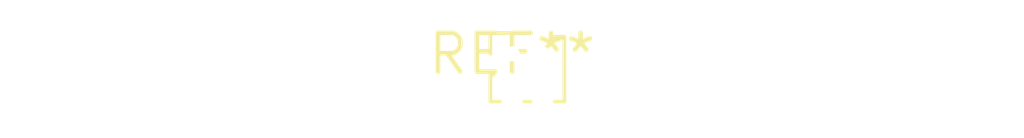
<source format=kicad_pcb>
(kicad_pcb (version 20240108) (generator pcbnew)
  (layers (0 "F.Cu" signal) (31 "B.Cu" signal) (34 "B.Paste" user) (35 "F.Paste" user) (36 "B.SilkS" user "B.Silkscreen") (37 "F.SilkS" user "F.Silkscreen") (38 "B.Mask" user) (39 "F.Mask" user) (44 "Edge.Cuts" user))
  (net 0 "")
  (footprint "PinHeader_2x02_P1.00mm_Vertical" (layer "F.Cu") (at 0 0)
    (property "Reference" "REF**")
    (property "Value" "PinHeader_2x02_P1.00mm_Vertical")
    (fp_line (start -0.71 -0.685) (end 0 -0.685) (layer "F.SilkS") (stroke (width 0.12)))
    (fp_line (start -0.71 0) (end -0.71 -0.685) (layer "F.SilkS") (stroke (width 0.12)))
    (fp_line (start -0.71 0.685) (end -0.71 1.56) (layer "F.SilkS") (stroke (width 0.12)))
    (fp_line (start -0.71 0.685) (end -0.608276 0.685) (layer "F.SilkS") (stroke (width 0.12)))
    (fp_line (start -0.71 1.56) (end -0.394493 1.56) (layer "F.SilkS") (stroke (width 0.12)))
    (fp_line (start 0.394493 1.56) (end 0.605507 1.56) (layer "F.SilkS") (stroke (width 0.12)))
    (fp_line (start 1.394493 -0.56) (end 1.71 -0.56) (layer "F.SilkS") (stroke (width 0.12)))
    (fp_line (start 1.394493 1.56) (end 1.71 1.56) (layer "F.SilkS") (stroke (width 0.12)))
    (fp_line (start 1.71 -0.56) (end 1.71 1.56) (layer "F.SilkS") (stroke (width 0.12)))
    (pad "1" thru_hole rect (at 0 0) (size 0.85 0.85) (drill 0.5) (layers *.Cu *.Mask) (remove_unused_layers))
    (pad "2" thru_hole oval (at 1 0) (size 0.85 0.85) (drill 0.5) (layers *.Cu *.Mask) (remove_unused_layers))
    (pad "3" thru_hole oval (at 0 1) (size 0.85 0.85) (drill 0.5) (layers *.Cu *.Mask) (remove_unused_layers))
    (pad "4" thru_hole oval (at 1 1) (size 0.85 0.85) (drill 0.5) (layers *.Cu *.Mask) (remove_unused_layers))
  )
)
</source>
